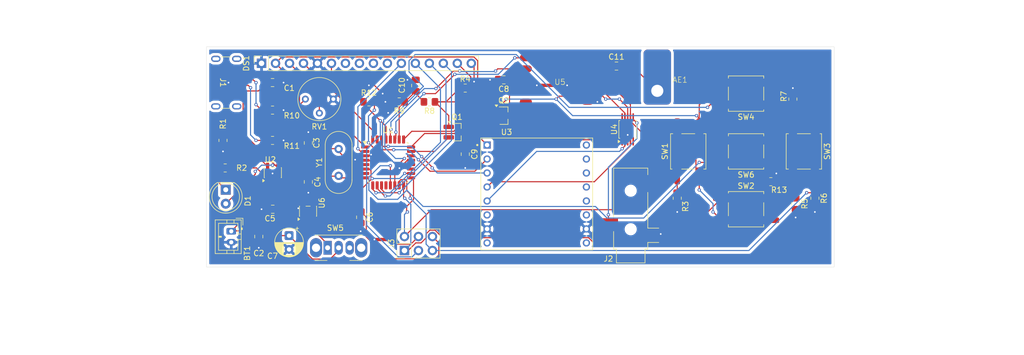
<source format=kicad_pcb>
(kicad_pcb (version 20241229) (generator "pcbnew") (generator_version "9.0")
  (layers (0 "F.Cu" signal "SIG1.Cu") (2 "B.Cu" signal "SIG2.Cu") (13 "F.Paste" user) (15 "B.Paste" user) (5 "F.SilkS" user "F.Silkscreen") (7 "B.SilkS" user "B.Silkscreen") (1 "F.Mask" user) (3 "B.Mask" user) (25 "Edge.Cuts" user))
  (net 0 "")
  (net 1 "GND")
  (net 2 "Net-(BT1-+)")
  (net 3 "Net-(D1-A)")
  (net 4 "Net-(U1-XTAL1{slash}PB6)")
  (net 5 "Net-(U1-XTAL2{slash}PB7)")
  (net 6 "Net-(DS1-VDD)")
  (net 7 "RST_VCC")
  (net 8 "Net-(Q2-S)")
  (net 9 "Net-(Q1-S)")
  (net 10 "Net-(U1-PC3)")
  (net 11 "Net-(U5-ANT)")
  (net 12 "Net-(D1-K)")
  (net 14 "Net-(DS1-LED(+))")
  (net 16 "/D5")
  (net 18 "/RS")
  (net 19 "/D4")
  (net 20 "/D7")
  (net 21 "/E")
  (net 22 "/D6")
  (net 23 "Net-(DS1-VO)")
  (net 25 "Net-(J1-CC2)")
  (net 28 "Net-(J1-CC1)")
  (net 31 "Net-(J2-PadT)")
  (net 32 "Net-(J2-PadR)")
  (net 33 "RST_ISP")
  (net 34 "MOSI_ISP")
  (net 35 "MISO_ISP")
  (net 36 "SCK_ISP")
  (net 37 "Net-(Q1-G)")
  (net 38 "Net-(Q2-G)")
  (net 39 "Net-(U2-PROG)")
  (net 40 "Net-(U2-STAT)")
  (net 41 "/btn_u")
  (net 43 "Net-(U1-PC2)")
  (net 44 "/A_RX")
  (net 46 "/btn_ok")
  (net 47 "/R_SCL")
  (net 49 "/R_SDA")
  (net 51 "/A_TX")
  (net 54 "Net-(U3-DAC_L)")
  (net 61 "Net-(U3-DAC_R)")
  (net 63 "Net-(U5-ROUT)")
  (net 64 "Net-(U5-LOUT)")
  (net 69 "Net-(AE1-A)")
  (footprint "Resistor_SMD:R_0805_2012Metric_Pad1.20x1.40mm_HandSolder" (layer "F.Cu") (at 185.5 65 -90)
    (property "Reference" "R5")
    (property "Value" "10k")
  )
  (footprint "Button_Switch_SMD:SW_Push_1P1T_NO_CK_KSC9xxG" (layer "F.Cu") (at 176.5 66 180)
    (property "Reference" "SW2")
    (property "Value" "SW_D")
  )
  (footprint "Package_TO_SOT_SMD:SOT-23-5" (layer "F.Cu") (at 96.95 66.3625 90)
    (property "Reference" "U6")
    (property "Value" "MCP1802x-xx02xOT")
  )
  (footprint "Connector_PinSocket_2.54mm:PinSocket_1x16_P2.54mm_Vertical" (layer "F.Cu") (at 88.5 39.5 90)
    (property "Reference" "DS1")
    (property "Value" "WC1602A")
  )
  (footprint "Capacitor_SMD:C_0805_2012Metric_Pad1.18x1.45mm_HandSolder" (layer "F.Cu") (at 132.5 42.5 180)
    (property "Reference" "C8")
    (property "Value" "100n")
  )
  (footprint "Capacitor_SMD:C_0805_2012Metric_Pad1.18x1.45mm_HandSolder" (layer "F.Cu") (at 106.5 67.4625 -90)
    (property "Reference" "C6")
    (property "Value" "1u")
  )
  (footprint "Resistor_SMD:R_0805_2012Metric_Pad1.20x1.40mm_HandSolder" (layer "F.Cu") (at 125.5 44)
    (property "Reference" "R4")
    (property "Value" "470")
  )
  (footprint "Package_TO_SOT_SMD:SOT-23_Handsoldering" (layer "F.Cu") (at 132.5 49)
    (property "Reference" "Q2")
    (property "Value" "PMOS")
  )
  (footprint "Capacitor_SMD:C_0805_2012Metric_Pad1.18x1.45mm_HandSolder" (layer "F.Cu") (at 116.5 43.5375 90)
    (property "Reference" "C10")
    (property "Value" "100n")
  )
  (footprint "Package_QFP:TQFP-32_7x7mm_P0.8mm" (layer "F.Cu") (at 111.5 57.5)
    (property "Reference" "U1")
    (property "Value" "ATmega328P-A")
  )
  (footprint "LED_THT:LED_D5.0mm" (layer "F.Cu") (at 82 62.46 -90)
    (property "Reference" "D1")
    (property "Value" "LED")
  )
  (footprint "Potentiometer_THT:Potentiometer_Bourns_3339P_Vertical" (layer "F.Cu") (at 101.54 46 90)
    (property "Reference" "RV1")
    (property "Value" "100k")
  )
  (footprint "Connector_USB:USB_C_Receptacle_GCT_USB4125-xx-x-0190_6P_TopMnt_Horizontal" (layer "F.Cu") (at 81 43 -90)
    (property "Reference" "J1")
    (property "Value" "USB_C_Receptacle_PowerOnly_6P")
  )
  (footprint "Button_Switch_SMD:SW_Push_1P1T_NO_CK_KSC9xxG" (layer "F.Cu") (at 166 55.5 -90)
    (property "Reference" "SW1")
    (property "Value" "SW_L")
  )
  (footprint "Resistor_SMD:R_0805_2012Metric_Pad1.20x1.40mm_HandSolder" (layer "F.Cu") (at 81.5 53.5 90)
    (property "Reference" "R1")
    (property "Value" "2k")
  )
  (footprint "Capacitor_SMD:C_0805_2012Metric_Pad1.18x1.45mm_HandSolder" (layer "F.Cu") (at 88 70.9625 -90)
    (property "Reference" "C2")
    (property "Value" "4u7")
  )
  (footprint "Connector_Audio:Jack_3.5mm_CUI_SJ-3523-SMT_Horizontal" (layer "F.Cu") (at 155.55 67.1375 180)
    (property "Reference" "J2")
    (property "Value" "AudioJack3")
  )
  (footprint "Connector_PinHeader_2.54mm:PinHeader_2x03_P2.54mm_Vertical" (layer "F.Cu") (at 114.46 73.5 90)
    (property "Reference" "J3")
    (property "Value" "ISP")
  )
  (footprint "Custom_footprints:MODULE_DFR0299" (layer "F.Cu") (at 138.483 63.23)
    (property "Reference" "U3")
    (property "Value" "DFR0299")
  )
  (footprint "Package_TO_SOT_SMD:SOT-23_Handsoldering" (layer "F.Cu") (at 124 52)
    (property "Reference" "Q1")
    (property "Value" "PMOS")
  )
  (footprint "Resistor_SMD:R_0805_2012Metric_Pad1.20x1.40mm_HandSolder" (layer "F.Cu") (at 164 64 -90)
    (property "Reference" "R3")
    (property "Value" "10k")
  )
  (footprint "Capacitor_SMD:C_0805_2012Metric_Pad1.18x1.45mm_HandSolder" (layer "F.Cu") (at 97 53.9625 90)
    (property "Reference" "C3")
    (property "Value" "20p")
  )
  (footprint "Capacitor_SMD:C_0805_2012Metric_Pad1.18x1.45mm_HandSolder" (layer "F.Cu") (at 90.5375 66 180)
    (property "Reference" "C5")
    (property "Value" "100n")
  )
  (footprint "Button_Switch_SMD:SW_Push_1P1T_NO_CK_KSC9xxG" (layer "F.Cu") (at 187 55.5 90)
    (property "Reference" "SW3")
    (property "Value" "SW_R")
  )
  (footprint "Button_Switch_SMD:SW_Push_1P1T_NO_CK_KSC9xxG" (layer "F.Cu") (at 176.5 55.5)
    (property "Reference" "SW6")
    (property "Value" "SW_OK")
  )
  (footprint "Package_TO_SOT_SMD:SOT-23-5" (layer "F.Cu") (at 90.55 59.3625 90)
    (property "Reference" "U2")
    (property "Value" "MCP73831-2-OT")
  )
  (footprint "Connector_JST:JST_PH_B2B-PH-K_1x02_P2.00mm_Vertical" (layer "F.Cu") (at 83 70 -90)
    (property "Reference" "BT1")
    (property "Value" "Battery_Cell")
  )
  (footprint "Resistor_SMD:R_0805_2012Metric_Pad1.20x1.40mm_HandSolder" (layer "F.Cu") (at 189 64 -90)
    (property "Reference" "R6")
    (property "Value" "10k")
  )
  (footprint "Resistor_SMD:R_0805_2012Metric_Pad1.20x1.40mm_HandSolder" (layer "F.Cu") (at 81.9 58.5 180)
    (property "Reference" "R2")
    (property "Value" "470")
  )
  (footprint "Resistor_SMD:R_0805_2012Metric_Pad1.20x1.40mm_HandSolder" (layer "F.Cu") (at 108 46.5)
    (property "Reference" "R12")
    (property "Value" "10k")
  )
  (footprint "Capacitor_THT:CP_Radial_D5.0mm_P2.50mm" (layer "F.Cu") (at 93.5 70.794888 -90)
    (property "Reference" "C7")
    (property "Value" "47u")
  )
  (footprint "Capacitor_SMD:C_0805_2012Metric_Pad1.18x1.45mm_HandSolder" (layer "F.Cu") (at 90.5 43)
    (property "Reference" "C1")
    (property "Value" "4u7")
  )
  (footprint "Resistor_SMD:R_0805_2012Metric_Pad1.20x1.40mm_HandSolder" (layer "F.Cu") (at 90.5 48)
    (property "Reference" "R10")
    (property "Value" "5k1")
  )
  (footprint "Resistor_SMD:R_0805_2012Metric_Pad1.20x1.40mm_HandSolder" (layer "F.Cu") (at 90.5 53.5)
    (property "Reference" "R11")
    (property "Value" "5k1")
  )
  (footprint "Resistor_SMD:R_0805_2012Metric_Pad1.20x1.40mm_HandSolder" (layer "F.Cu") (at 113.5 46.5 180)
    (property "Reference" "R9")
    (property "Value" "100k")
  )
  (footprint "Resistor_SMD:R_0805_2012Metric_Pad1.20x1.40mm_HandSolder" (layer "F.Cu") (at 119 46.5 180)
    (property "Reference" "R8")
    (property "Value" "100k")
  )
  (footprint "Crystal:Crystal_HC49-4H_Vertical" (layer "F.Cu") (at 102.5 59.94 90)
    (property "Reference" "Y1")
    (property "Value" "8MHz")
  )
  (footprint "Button_Switch_THT:SW_Slide_SPDT_Angled_CK_OS102011MA1Q" (layer "F.Cu") (at 100.5 73)
    (property "Reference" "SW5")
    (property "Value" "SW_SPDT")
  )
  (footprint "Package_SO:VSSOP-10_3x3mm_P0.5mm" (layer "F.Cu") (at 155 51.5 90)
    (property "Reference" "U4")
    (property "Value" "TS5A23159DGS")
  )
  (footprint "Resistor_SMD:R_0805_2012Metric_Pad1.20x1.40mm_HandSolder" (layer "F.Cu") (at 185 46 90)
    (property "Reference" "R7")
    (property "Value" "10k")
  )
  (footprint "Capacitor_SMD:C_0805_2012Metric_Pad1.18x1.45mm_HandSolder" (layer "F.Cu") (at 125.5 56 -90)
    (property "Reference" "C9")
    (property "Value" "100n")
  )
  (footprint "Button_Switch_SMD:SW_Push_1P1T_NO_CK_KSC9xxG" (layer "F.Cu") (at 176.5 45)
    (property "Reference" "SW4")
    (property "Value" "SW_U")
  )
  (footprint "Custom_footprints:RDA5807M Module" (layer "F.Cu") (at 142.2 42.4)
    (property "Reference" "U5")
    (property "Value" "RDA5807M")
  )
  (footprint "Capacitor_SMD:C_0805_2012Metric_Pad1.18x1.45mm_HandSolder" (layer "F.Cu") (at 97 61.0375 -90)
    (property "Reference" "C4")
    (property "Value" "20p")
  )
  (footprint "Resistor_SMD:R_0805_2012Metric_Pad1.20x1.40mm_HandSolder" (layer "F.Cu") (at 181 61)
    (property "Reference" "R13")
    (property "Value" "10k")
  )
  (footprint "Capacitor_SMD:C_0805_2012Metric_Pad1.18x1.45mm_HandSolder" (layer "F.Cu") (at 152.9625 40)
    (property "Reference" "C11")
    (property "Value" "30p")
  )
  (footprint "Custom_footprints:FM_Antenna_Mount" (layer "F.Cu") (at 162.875 42 180)
    (property "Reference" "AE1")
    (property "Value" "Antenna")
  )
  (gr_rect (start 78.5 36.5) (end 192.5 76.5) (stroke (width 0.05)) (fill no) (layer "Edge.Cuts"))
  (segment (start 112.5 46.5) (end 111 46.5) (width 0.2) (layer "F.Cu") (net 1))
  (segment (start 90.55 60.5) (end 90.55 59.55) (width 0.2) (layer "F.Cu") (net 1))
  (segment (start 106.299 57.422944) (end 106.299 57) (width 0.2) (layer "F.Cu") (net 1))
  (segment (start 160.7625 70.7375) (end 161 70.5) (width 0.2) (layer "F.Cu") (net 1))
  (segment (start 109 71.5) (end 111.5 71.5) (width 0.6) (layer "F.Cu") (net 1))
  (segment (start 109 43.5) (end 110.5 45) (width 0.2) (layer "F.Cu") (net 1))
  (segment (start 106.5 68.5) (end 106.5 70) (width 0.6) (layer "F.Cu") (net 1))
  (segment (start 83.48 45.75) (end 84.08 45.75) (width 0.2) (layer "F.Cu") (net 1))
  (segment (start 107.3375 57.9) (end 106.776056 57.9) (width 0.2) (layer "F.Cu") (net 1))
  (segment (start 90.55 59.55) (end 90.5 59.5) (width 0.2) (layer "F.Cu") (net 1))
  (segment (start 131.4625 42.5) (end 130 42.5) (width 0.2) (layer "F.Cu") (net 1))
  (segment (start 83.48 40.25) (end 83.179 40.551) (width 0.2) (layer "F.Cu") (net 1))
  (segment (start 114.983542 57.1) (end 113.541771 58.541771) (width 0.2) (layer "F.Cu") (net 1))
  (segment (start 189 65) (end 189 66.5) (width 0.2) (layer "F.Cu") (net 1))
  (segment (start 83.179 43) (end 82.5 43) (width 0.2) (layer "F.Cu") (net 1))
  (segment (start 111.5 71.5) (end 112.5 72.5) (width 0.6) (layer "F.Cu") (net 1))
  (segment (start 106.299 57) (end 105.5 57) (width 0.2) (layer "F.Cu") (net 1))
  (segment (start 112.651 72.349) (end 112.5 72.5) (width 0.2) (layer "F.Cu") (net 1))
  (segment (start 126.6 39.5) (end 127.1 40) (width 0.2) (layer "F.Cu") (net 1))
  (segment (start 83.179 40.551) (end 83.179 43) (width 0.2) (layer "F.Cu") (net 1))
  (segment (start 127.1 40) (end 127.1 42.829655) (width 0.2) (layer "F.Cu") (net 1))
  (segment (start 110.5 47.5) (end 110.5 45) (width 0.2) (layer "F.Cu") (net 1))
  (segment (start 84.08 40.25) (end 83.48 40.25) (width 0.2) (layer "F.Cu") (net 1))
  (segment (start 108.18009 56.3) (end 108.4 56.08009) (width 0.2) (layer "F.Cu") (net 1))
  (segment (start 117 70.96) (end 115.611 72.349) (width 0.2) (layer "F.Cu") (net 1))
  (segment (start 185.5 66) (end 185.5 67.5) (width 0.2) (layer "F.Cu") (net 1))
  (segment (start 96.95 67.5) (end 96.95 66.837501) (width 0.2) (layer "F.Cu") (net 1))
  (segment (start 155 53.7) (end 155 52.5) (width 0.2) (layer "F.Cu") (net 1))
  (segment (start 96.612499 66.5) (end 95.84853 66.5) (width 0.2) (layer "F.Cu") (net 1))
  (segment (start 97 62.075) (end 97 63) (width 0.2) (layer "F.Cu") (net 1))
  (segment (start 97 52.925) (end 97 52) (width 0.2) (layer "F.Cu") (net 1))
  (segment (start 83.179 45.449) (end 83.48 45.75) (width 0.2) (layer "F.Cu") (net 1))
  (segment (start 159.25 70.7375) (end 160.7625 70.7375) (width 0.2) (layer "F.Cu") (net 1))
  (segment (start 164 65) (end 164 66.5) (width 0.2) (layer "F.Cu") (net 1))
  (segment (start 115.611 72.349) (end 112.651 72.349) (width 0.2) (layer "F.Cu") (net 1))
  (segment (start 106.299 57) (end 106.299 56.601001) (width 0.2) (layer "F.Cu") (net 1))
  (segment (start 91.5375 43) (end 92.5 43) (width 0.2) (layer "F.Cu") (net 1))
  (segment (start 88 72) (end 88 73) (width 0.2) (layer "F.Cu") (net 1))
  (segment (start 107.3375 56.3) (end 108.18009 56.3) (width 0.2) (layer "F.Cu") (net 1))
  (segment (start 81.5 54.5) (end 81.5 55.5) (width 0.2) (layer "F.Cu") (net 1))
  (segment (start 138.5 43.5) (end 144 43.5) (width 0.6) (layer "F.Cu") (net 1))
  (segment (start 147.7 46.4) (end 149.4 46.4) (width 0.2) (layer "F.Cu") (net 1))
  (segment (start 182 61) (end 182 59.5) (width 0.2) (layer "F.Cu") (net 1))
  (segment (start 116.5 42.5) (end 115 42.5) (width 0.2) (layer "F.Cu") (net 1))
  (segment (start 89.5 66) (end 88.5 66) (width 0.2) (layer "F.Cu") (net 1))
  (segment (start 106.600001 56.3) (end 107.3375 56.3) (width 0.2) (layer "F.Cu") (net 1))
  (segment (start 149.4 46.4) (end 149.5 46.5) (width 0.2) (layer "F.Cu") (net 1))
  (segment (start 91.5 48) (end 92.5 48) (width 0.2) (layer "F.Cu") (net 1))
  (segment (start 106.776056 57.9) (end 106.299 57.422944) (width 0.2) (layer "F.Cu") (net 1))
  (segment (start 95.84853 66.5) (end 95.174265 65.825735) (width 0.2) (layer "F.Cu") (net 1))
  (segment (start 185 45) (end 185 44) (width 0.2) (layer "F.Cu") (net 1))
  (segment (start 108 43.5) (end 109 43.5) (width 0.2) (layer "F.Cu") (net 1))
  (segment (start 125.5 57.0375) (end 125.5 58.5) (width 0.2) (layer "F.Cu") (net 1))
  (segment (start 96.95 66.837501) (end 96.612499 66.5) (width 0.2) (layer "F.Cu") (net 1))
  (segment (start 115.6625 57.1) (end 114.983542 57.1) (width 0.2) (layer "F.Cu") (net 1))
  (segment (start 91.5 53.5) (end 92.5 53.5) (width 0.2) (layer "F.Cu") (net 1))
  (segment (start 83.179 43) (end 83.179 45.449) (width 0.2) (layer "F.Cu") (net 1))
  (segment (start 106.299 56.601001) (end 106.600001 56.3) (width 0.2) (layer "F.Cu") (net 1))
  (segment (start 111.5 48.5) (end 110.5 47.5) (width 0.2) (layer "F.Cu") (net 1))
  (via (at 92.5 43) (size 0.6) (drill 0.3) (layers "F.Cu" "B.Cu") (net 1))
  (via (at 138.5 43.5) (size 0.6) (drill 0.3) (layers "F.Cu" "B.Cu") (net 1))
  (via (at 115 42.5) (size 0.6) (drill 0.3) (layers "F.Cu" "B.Cu") (net 1))
  (via (at 130 42.5) (size 0.6) (drill 0.3) (layers "F.Cu" "B.Cu") (net 1))
  (via (at 81.5 55.5) (size 0.6) (drill 0.3) (layers "F.Cu" "B.Cu") (net 1))
  (via (at 110.5 45) (size 0.6) (drill 0.3) (layers "F.Cu" "B.Cu") (net 1))
  (via (at 111 46.5) (size 0.6) (drill 0.3) (layers "F.Cu" "B.Cu") (net 1))
  (via (at 112.5 72.5) (size 0.6) (drill 0.3) (layers "F.Cu" "B.Cu") (net 1))
  (via (at 127.1 42.829655) (size 0.6) (drill 0.3) (layers "F.Cu" "B.Cu") (net 1))
  (via (at 90.5 59.5) (size 0.6) (drill 0.3) (layers "F.Cu" "B.Cu") (net 1))
  (via (at 92.5 48) (size 0.6) (drill 0.3) (layers "F.Cu" "B.Cu") (net 1))
  (via (at 113.541771 58.541771) (size 0.6) (drill 0.3) (layers "F.Cu" "B.Cu") (net 1))
  (via (at 108 43.5) (size 0.6) (drill 0.3) (layers "F.Cu" "B.Cu") (net 1))
  (via (at 185 44) (size 0.6) (drill 0.3) (layers "F.Cu" "B.Cu") (net 1))
  (via (at 144 43.5) (size 0.6) (drill 0.3) (layers "F.Cu" "B.Cu") (net 1))
  (via (at 97 52) (size 0.6) (drill 0.3) (layers "F.Cu" "B.Cu") (net 1))
  (via (at 111.5 48.5) (size 0.6) (drill 0.3) (layers "F.Cu" "B.Cu") (net 1))
  (via (at 125.5 58.5) (size 0.6) (drill 0.3) (layers "F.Cu" "B.Cu") (net 1))
  (via (at 82.5 43) (size 0.6) (drill 0.3) (layers "F.Cu" "B.Cu") (net 1))
  (via (at 92.5 53.5) (size 0.6) (drill 0.3) (layers "F.Cu" "B.Cu") (net 1))
  (via (at 97 63) (size 0.6) (drill 0.3) (layers "F.Cu" "B.Cu") (net 1))
  (via (at 108.4 56.08009) (size 0.6) (drill 0.3) (layers "F.Cu" "B.Cu") (net 1))
  (via (at 182 59.5) (size 0.6) (drill 0.3) (layers "F.Cu" "B.Cu") (net 1))
  (via (at 109 71.5) (size 0.6) (drill 0.3) (layers "F.Cu" "B.Cu") (net 1))
  (via (at 149.5 46.5) (size 0.6) (drill 0.3) (layers "F.Cu" "B.Cu") (net 1))
  (via (at 164 66.5) (size 0.6) (drill 0.3) (layers "F.Cu" "B.Cu") (net 1))
  (via (at 88 73) (size 0.6) (drill 0.3) (layers "F.Cu" "B.Cu") (net 1))
  (via (at 105.5 57) (size 0.6) (drill 0.3) (layers "F.Cu" "B.Cu") (net 1))
  (via (at 106.5 70) (size 0.6) (drill 0.3) (layers "F.Cu" "B.Cu") (net 1))
  (via (at 189 66.5) (size 0.6) (drill 0.3) (layers "F.Cu" "B.Cu") (net 1))
  (via (at 161 70.5) (size 0.6) (drill 0.3) (layers "F.Cu" "B.Cu") (net 1))
  (via (at 155 52.5) (size 0.6) (drill 0.3) (layers "F.Cu" "B.Cu") (net 1))
  (via (at 88.5 66) (size 0.6) (drill 0.3) (layers "F.Cu" "B.Cu") (net 1))
  (via (at 95.174265 65.825735) (size 0.6) (drill 0.3) (layers "F.Cu" "B.Cu") (net 1))
  (via (at 185.5 67.5) (size 0.6) (drill 0.3) (layers "F.Cu" "B.Cu") (net 1))
  (segment (start 110.676029 49.676028) (end 110.676029 50.173914) (width 0.2) (layer "B.Cu") (net 1))
  (segment (start 111.08009 56.08009) (end 113.541771 58.541771) (width 0.2) (layer "B.Cu") (net 1))
  (segment (start 110.676029 50.173914) (end 110.476029 50.373914) (width 0.2) (layer "B.Cu") (net 1))
  (segment (start 106.5 70) (end 107.5 70) (width 0.6) (layer "B.Cu") (net 1))
  (segment (start 110.476029 50.373914) (end 110.476029 55.476029) (width 0.2) (layer "B.Cu") (net 1))
  (segment (start 107.5 70) (end 109 71.5) (width 0.6) (layer "B.Cu") (net 1))
  (segment (start 111.5 48.5) (end 111.5 48.852057) (width 0.2) (layer "B.Cu") (net 1))
  (segment (start 111.5 48.852057) (end 110.676029 49.676028) (width 0.2) (layer "B.Cu") (net 1))
  (segment (start 110.476029 55.476029) (end 111.08009 56.08009) (width 0.2) (layer "B.Cu") (net 1))
  (segment (start 108.4 56.08009) (end 111.08009 56.08009) (width 0.2) (layer "B.Cu") (net 1))
  (segment (start 91.5 61.5) (end 83 70) (width 0.2) (layer "F.Cu") (net 2))
  (segment (start 97.756112 75.051) (end 93.5 70.794888) (width 0.2) (layer "F.Cu") (net 2))
  (segment (start 88 69.925) (end 83.075 69.925) (width 0.2) (layer "F.Cu") (net 2))
  (segment (start 91.5 60.5) (end 91.5 61.5) (width 0.2) (layer "F.Cu") (net 2))
  (segment (start 102.5 73) (end 102.5 73.5) (width 0.2) (layer "F.Cu") (net 2))
  (segment (start 83.075 69.925) (end 83 70) (width 0.2) (layer "F.Cu") (net 2))
  (segment (start 93.5 70.794888) (end 88.869888 70.794888) (width 0.2) (layer "F.Cu") (net 2))
  (segment (start 102.5 73.5) (end 100.949 75.051) (width 0.2) (layer "F.Cu") (net 2))
  (segment (start 100.949 75.051) (end 97.756112 75.051) (width 0.2) (layer "F.Cu") (net 2))
  (segment (start 88.869888 70.794888) (end 88 69.925) (width 0.2) (layer "F.Cu") (net 2))
  (segment (start 85.151 52.175999) (end 85.151 45.171) (width 0.2) (layer "F.Cu") (net 3))
  (segment (start 84.08 41.48) (end 87.9425 41.48) (width 0.2) (layer "F.Cu") (net 3))
  (segment (start 91.275 58) (end 91.5 58.225) (width 0.2) (layer "F.Cu") (net 3))
  (segment (start 91.5 58.225) (end 91.200001 58.225) (width 0.2) (layer "F.Cu") (net 3))
  (segment (start 84.08 44.52) (end 87.9425 44.52) (width 0.2) (layer "F.Cu") (net 3))
  (segment (start 87.9425 41.48) (end 89.4625 43) (width 0.2) (layer "F.Cu") (net 3))
  (segment (start 87.9425 44.52) (end 89.4625 43) (width 0.2) (layer "F.Cu") (net 3))
  (segment (start 85.151 45.171) (end 84.5 44.52) (width 0.2) (layer "F.Cu") (net 3))
  (segment (start 87.375735 59.124265) (end 87.375735 59.624265) (width 0.2) (layer "F.Cu") (net 3))
  (segment (start 91.200001 58.225) (end 85.151 52.175999) (width 0.2) (layer "F.Cu") (net 3))
  (segment (start 87.375735 59.624265) (end 82 65) (width 0.2) (layer "F.Cu") (net 3))
  (segment (start 90.5 58) (end 91.275 58) (width 0.2) (layer "F.Cu") (net 3))
  (segment (start 84.5 44.52) (end 84.08 44.52) (width 0.2) (layer "F.Cu") (net 3))
  (via (at 90.5 58) (size 0.6) (drill 0.3) (layers "F.Cu" "B.Cu") (net 3))
  (via (at 87.375735 59.124265) (size 0.6) (drill 0.3) (layers "F.Cu" "B.Cu") (net 3))
  (segment (start 87.375735 59.124265) (end 88.5 58) (width 0.2) (layer "B.Cu") (net 3))
  (segment (start 88.5 58) (end 90.5 58) (width 0.2) (layer "B.Cu") (net 3))
  (segment (start 97 55) (end 102.44 55) (width 0.2) (layer "F.Cu") (net 4))
  (segment (start 106.493214 59.5) (end 107.3375 59.5) (width 0.2) (layer "F.Cu") (net 4))
  (segment (start 102.44 55) (end 102.5 55.06) (width 0.6) (layer "F.Cu") (net 4))
  (segment (start 102.5 55.506786) (end 106.493214 59.5) (width 0.2) (layer "F.Cu") (net 4))
  (segment (start 102.5 55.06) (end 102.5 55.506786) (width 0.6) (layer "F.Cu") (net 4))
  (segment (start 102.44 60) (end 102.5 59.94) (width 0.6) (layer "F.Cu") (net 5))
  (segment (start 97 60) (end 102.44 60) (width 0.2) (layer "F.Cu") (net 5))
  (segment (start 102.861 60.301) (end 107.3375 60.301) (width 0.2) (layer "F.Cu") (net 5))
  (segment (start 102.5 59.94) (end 102.861 60.301) (width 0.6) (layer "F.Cu") (net 5))
  (segment (start 97.9 67.5) (end 97.9 69.754468) (width 0.2) (layer "F.Cu") (net 6))
  (segment (start 184.049 46.099) (end 185.68516 46.099) (width 0.2) (layer "F.Cu") (net 6))
  (segment (start 100.5 73) (end 100.5 72.354468) (width 0.2) (layer "F.Cu") (net 6))
  (segment (start 142 46) (end 142.526 45.474) (width 0.2) (layer "F.Cu") (net 6))
  (segment (start 168 51.05) (end 168 47.05) (width 0.2) (layer "F.Cu") (net 6))
  (segment (start 167.399 51.651) (end 167.399 59.349) (width 0.2) (layer "F.Cu") (net 6))
  (segment (start 91.04 39.5) (end 95.399 43.859) (width 0.2) (layer "F.Cu") (net 6))
  (segment (start 185 51.05) (end 184.95 51.05) (width 0.2) (layer "F.Cu") (net 6))
  (segment (start 185 51.05) (end 185 59.95) (width 0.2) (layer "F.Cu") (net 6))
  (segment (start 150.474 45.474) (end 151 46) (width 0.2) (layer "F.Cu") (net 6))
  (segment (start 97.9 69.754468) (end 96 67.854468) (width 0.2) (layer "F.Cu") (net 6))
  (segment (start 129.45 46.5) (end 131 48.05) (width 0.2) (layer "F.Cu") (net 6))
  (segment (start 168 51.05) (end 167.399 51.651) (width 0.2) (layer "F.Cu") (net 6))
  (segment (start 127.751 39.02324) (end 127.751 44.33516) (width 0.2) (layer "F.Cu") (net 6))
  (segment (start 155 47.5) (end 155 49.3) (width 0.2) (layer "F.Cu") (net 6))
  (segment (start 95.399 43.859) (end 95.399 47.061) (width 0.2) (layer "F.Cu") (net 6))
  (segment (start 100.5 72.354468) (end 97.9 69.754468) (width 0.2) (layer "F.Cu") (net 6))
  (segment (start 127.751 44.33516) (end 127.08516 45.001) (width 0.2) (layer "F.Cu") (net 6))
  (segment (start 94.5 66) (end 96 67.5) (width 0.2) (layer "F.Cu") (net 6))
  (segment (start 127.08516 45.001) (end 125.501 45.001) (width 0.2) (layer "F.Cu") (net 6))
  (segment (start 91.04 39.5) (end 92.191 38.349) (width 0.2) (layer "F.Cu") (net 6))
  (segment (start 96 67.854468) (end 96 67.5) (width 0.2) (layer "F.Cu") (net 6))
  (segment (start 168 47.05) (end 172.05 43) (width 0.2) (layer "F.Cu") (net 6))
  (segment (start 172.05 43) (end 180.95 43) (width 0.2) (layer "F.Cu") (net 6))
  (segment (start 132.9375 46.1125) (end 132.9375 46) (width 0.2) (layer "F.Cu") (net 6))
  (segment (start 167.5 49) (end 168 49.5) (width 0.2) (layer "F.Cu") (net 6))
  (segment (start 182.5 53.5) (end 180.95 53.5) (width 0.2) (layer "F.Cu") (net 6))
  (segment (start 95.399 47.061) (end 95.399 62.176) (width 0.2) (layer "F.Cu") (net 6))
  (segment (start 185.68516 46.099) (end 186.001 46.41484) (width 0.2) (layer "F.Cu") (net 6))
  (segment (start 120 46.5) (end 122.5 49) (width 0.2) (layer "F.Cu") (net 6))
  (segment (start 172.05 68) (end 180.95 68) (width 0.2) (layer "F.Cu") (net 6))
  (segment (start 184.95 51.05) (end 182.5 53.5) (width 0.2) (layer "F.Cu") (net 6))
  (segment (start 186.001 46.41484) (end 186.001 50.049) (width 0.2) (layer "F.Cu") (net 6))
  (segment (start 96.46 46) (end 95.399 47.061) (width 0.2) (layer "F.Cu") (net 6))
  (segment (start 142.526 45.474) (end 150.474 45.474) (width 0.2) (layer "F.Cu") (net 6))
  (segment (start 153.5 46) (end 155 47.5) (width 0.2) (layer "F.Cu") (net 6))
  (segment (start 180.95 53.5) (end 172.05 53.5) (width 0.2) (layer "F.Cu") (net 6))
  (segment (start 120 46.5) (end 122 46.5) (width 0.2) (layer "F.Cu") (net 6))
  (segment (start 131 48.05) (end 132.9375 46.1125) (width 0.2) (layer "F.Cu") (net 6))
  (segment (start 92.191 38.349) (end 127.07676 38.349) (width 0.2) (layer "F.Cu") (net 6))
  (segment (start 91.575 66) (end 94.5 66) (width 0.2) (layer "F.Cu") (net 6))
  (segment (start 95.399 62.176) (end 91.575 66) (width 0.2) (layer "F.Cu") (net 6))
  (segment (start 122.5 49) (end 122.5 51.05) (width 0.2) (layer "F.Cu") (net 6))
  (segment (start 180.95 43) (end 184.049 46.099) (width 0.2) (layer "F.Cu") (net 6))
  (segment (start 122 46.5) (end 124.5 44) (width 0.2) (layer "F.Cu") (net 6))
  (segment (start 170.55 66.5) (end 172.05 68) (width 0.2) (layer "F.Cu") (net 6))
  (segment (start 127.07676 38.349) (end 127.751 39.02324) (width 0.2) (layer "F.Cu") (net 6))
  (segment (start 170.5 66.5) (end 170.55 66.5) (width 0.2) (layer "F.Cu") (net 6))
  (segment (start 167.399 59.349) (end 168 59.95) (width 0.2) (layer "F.Cu") (net 6))
  (segment (start 168 49.5) (end 168 51.05) (width 0.2) (layer "F.Cu") (net 6))
  (segment (start 120 46.5) (end 129.45 46.5) (width 0.2) (layer "F.Cu") (net 6))
  (segment (start 186.001 50.049) (end 185 51.05) (width 0.2) (layer "F.Cu") (net 6))
  (segment (start 125.501 45.001) (end 124.5 44) (width 0.2) (layer "F.Cu") (net 6))
  (segment (start 168 59.95) (end 168 62.5) (width 0.2) (layer "F.Cu") (net 6))
  (via (at 153.5 46) (size 0.6) (drill 0.3) (layers "F.Cu" "B.Cu") (net 6))
  (via (at 170.5 66.5) (size 0.6) (drill 0.3) (layers "F.Cu" "B.Cu") (net 6))
  (via (at 167.5 49) (size 0.6) (drill 0.3) (layers "F.Cu" "B.Cu") (net 6))
  (via (at 151 46) (size 0.6) (drill 0.3) (layers "F.Cu" "B.Cu") (net 6))
  (via (at 168 62.5) (size 0.6) (drill 0.3) (layers "F.Cu" "B.Cu") (net 6))
  (via (at 142 46) (size 0.6) (drill 0.3) (layers "F.Cu" "B.Cu") (net 6))
  (via (at 132.9375 46) (size 0.6) (drill 0.3) (layers "F.Cu" "B.Cu") (net 6))
  (segment (start 145 49) (end 167.5 49) (width 0.2) (layer "B.Cu") (net 6))
  (segment (start 142 46) (end 145 49) (width 0.2) (layer "B.Cu") (net 6))
  (segment (start 170.5 65) (end 168 62.5) (width 0.2) (layer "B.Cu") (net 6))
  (segment (start 151 46) (end 153.5 46) (width 0.2) (layer "B.Cu") (net 6))
  (segment (start 170.5 66.5) (end 170.5 65) (width 0.2) (layer "B.Cu") (net 6))
  (segment (start 132.9375 46) (end 142 46) (width 0.2) (layer "B.Cu") (net 6))
  (segment (start 111.5 75) (end 107.526 71.026) (width 0.2) (layer "F.Cu") (net 7))
  (segment (start 96 65.225) (end 97.2 66.425) (width 0.2) (layer "F.Cu") (net 7))
  (segment (start 119.54 70.96) (end 120.691 72.111) (width 0.2) (layer "F.Cu") (net 7))
  (segment (start 108.376 57.401001) (end 108.376 57.124) (width 0.2) (layer "F.Cu") (net 7))
  (segment (start 106.5 66.425) (end 106.5 62.498944) (width 0.2) (layer "F.Cu") (net 7))
  (segment (start 109 56.5) (end 109 55.001056) (width 0.2) (layer "F.Cu") (net 7))
  (segment (start 114.5 59.5) (end 115.6625 59.5) (width 0.2) (layer "F.Cu") (net 7))
  (segment (start 106.5 62.498944) (end 108.376 60.622944) (width 0.2) (layer "F.Cu") (net 7))
  (segment (start 108.376 60.622944) (end 108.395108 60.622944) (width 0.2) (layer "F.Cu") (net 7))
  (segment (start 107.526 71.026) (end 107.526 67.451) (width 0.2) (layer "F.Cu") (net 7))
  (segment (start 108.074999 58.7) (end 107.3375 58.7) (width 0.2) (layer "F.Cu") (net 7))
  (segment (start 108.395108 60.622944) (end 108.593052 60.425) (width 0.2) (layer "F.Cu") (net 7))
  (segment (start 108.074999 57.1) (end 107.3375 57.1) (width 0.2) (layer "F.Cu") (net 7))
  (segment (start 107.526 67.451) (end 106.5 66.425) (width 0.2) (layer "F.Cu") (net 7))
  (segment (start 107.925 53.926056) (end 107.925 53.914027) (width 0.2) (layer "F.Cu") (net 7))
  (segment (start 97.2 66.425) (end 106.5 66.425) (width 0.2) (layer "F.Cu") (net 7))
  (segment (start 120.691 72.111) (end 120.691 74.309) (width 0.2) (layer "F.Cu") (net 7))
  (segment (start 120.691 74.309) (end 120 75) (width 0.2) (layer "F.Cu") (net 7))
  (segment (start 108.376 57.401001) (end 108.074999 57.1) (width 0.2) (layer "F.Cu") (net 7))
  (segment (start 108.376 59.001001) (end 108.376 57.401001) (width 0.2) (layer "F.Cu") (net 7))
  (segment (start 109 48) (end 109 46.5) (width 0.2) (layer "F.Cu") (net 7))
  (segment (start 108.376 57.124) (end 109 56.5) (width 0.2) (layer "F.Cu") (net 7))
  (segment (start 108.376 59.001001) (end 108.074999 58.7) (width 0.2) (layer "F.Cu") (net 7))
  (segment (start 109 55.001056) (end 107.925 53.926056) (width 0.2) (layer "F.Cu") (net 7))
  (segment (start 108.376 60.622944) (end 108.376 59.001001) (width 0.2) (layer "F.Cu") (net 7))
  (segment (start 120 75) (end 111.5 75) (width 0.2) (layer "F.Cu") (net 7))
  (via (at 108.593052 60.425) (size 0.6) (drill 0.3) (layers "F.Cu" "B.Cu") (net 7))
  (via (at 107.925 53.914027) (size 0.6) (drill 0.3) (layers "F.Cu" "B.Cu") (net 7))
  (via (at 114.5 59.5) (size 0.6) (drill 0.3) (layers "F.Cu" "B.Cu") (net 7))
  (via (at 109 48) (size 0.6) (drill 0.3) (layers "F.Cu" "B.Cu") (net 7))
  (segment (start 108.593052 60.425) (end 113.575 60.425) (width 0.2) (layer "B.Cu") (net 7))
  (segment (start 113.575 60.425) (end 114.5 59.5) (width 0.2) (layer "B.Cu") (net 7))
  (segment (start 107.925 49.075) (end 109 48) (width 0.2) (layer "B.Cu") (net 7))
  (segment (start 107.925 53.914027) (end 107.925 49.075) (width 0.2) (layer "B.Cu") (net 7))
  (segment (start 134 49) (end 133.5375 48.5375) (width 0.2) (layer "F.Cu") (net 8))
  (segment (start 134 49) (end 136.5 46.5) (width 0.2) (layer "F.Cu") (net 8))
  (segment (start 133.5375 48.5375) (end 133.5375 42.5) (width 0.2) (layer "F.Cu") (net 8))
  (segment (start 125.5 54.9625) (end 125.5 52) (width 0.2) (layer "F.Cu") (net 9))
  (segment (start 127.126 52) (end 129.466 54.34) (width 0.2) (layer "F.Cu") (net 9))
  (segment (start 125.5 52) (end 127.126 52) (width 0.2) (layer "F.Cu") (net 9))
  (segment (start 113.5 47.5) (end 114.5 46.5) (width 0.2) (layer "F.Cu") (net 10))
  (segment (start 116.5 45) (end 118 46.5) (width 0.2) (layer "F.Cu") (net 10))
  (segment (start 113.5 53.3375) (end 113.5 47.5) (width 0.2) (layer "F.Cu") (net 10))
  (segment (start 116.5 44.575) (end 116.5 45) (width 0.2) (layer "F.Cu") (net 10))
  (segment (start 114.5 46.5) (end 114.575 46.5) (width 0.2) (layer "F.Cu") (net 10))
  (segment (start 114.575 46.5) (end 116.5 44.575) (width 0.2) (layer "F.Cu") (net 10))
  (segment (start 149.3 40) (end 147.7 38.4) (width 0.2) (layer "F.Cu") (net 11))
  (segment (start 151.925 40) (end 149.3 40) (width 0.2) (layer "F.Cu") (net 11))
  (segment (start 80.9 61.36) (end 82 62.46) (width 0.2) (layer "F.Cu") (net 12))
  (segment (start 80.9 58.5) (end 80.9 61.36) (width 0.2) (layer "F.Cu") (net 12))
  (segment (start 124.06 39.5) (end 126.5 41.94) (width 0.2) (layer "F.Cu") (net 14))
  (segment (start 126.5 41.94) (end 126.5 44) (width 0.2) (layer "F.Cu") (net 14))
  (segment (start 108.7 62.399999) (end 108.7 61.6625) (width 0.2) (layer "F.Cu") (net 16))
  (segment (start 109.300001 63) (end 108.7 62.399999) (width 0.2) (layer "F.Cu") (net 16))
  (via (at 109.300001 63) (size 0.6) (drill 0.3) (layers "F.Cu" "B.Cu") (net 16))
  (segment (start 111.249943 63) (end 111.849943 63) (width 0.2) (layer "B.Cu") (net 16))
  (segment (start 110.751057 62.999) (end 111.248943 62.999) (width 0.2) (layer "B.Cu") (net 16))
  (segment (start 110.750057 63) (end 110.751057 62.999) (width 0.2) (layer "B.Cu") (net 16))
  (segment (start 111.248943 62.999) (end 111.249943 63) (width 0.2) (layer "B.Cu") (net 16))
  (segment (start 109.300001 63) (end 110.750057 63) (width 0.2) (layer "B.Cu") (net 16))
  (segment (start 121 44.06) (end 116.44 39.5) (width 0.2) (layer "B.Cu") (net 16))
  (segment (start 121 53.849943) (end 121 44.06) (width 0.2) (layer "B.Cu") (net 16))
  (segment (start 111.849943 63) (end 121 53.849943) (width 0.2) (layer "B.Cu") (net 16))
  (segment (start 96.12 39.5) (end 99.931 43.311) (width 0.2) (layer "F.Cu") (net 18))
  (segment (start 99.931 43.311) (end 99.931 47.2935) (width 0.2) (layer "F.Cu") (net 18))
  (segment (start 99.931 47.2935) (end 107.3375 54.7) (width 0.2) (layer "F.Cu") (net 18))
  (segment (start 106.5 55.5) (end 107.3375 55.5) (width 0.2) (layer "F.Cu") (net 19))
  (segment (start 106 55) (end 106.5 55.5) (width 0.2) (layer "F.Cu") (net 19))
  (via (at 106 55) (size 0.6) (drill 0.3) (layers "F.Cu" "B.Cu") (net 19))
  (segment (start 113.9 39.5) (end 106 47.4) (width 0.2) (layer "B.Cu") (net 19))
  (segment (start 106 47.4) (end 106 55) (width 0.2) (layer "B.Cu") (net 19))
  (segment (start 110.3 62.399999) (end 110.900001 63) (width 0.2) (layer "F.Cu") (net 20))
  (segment (start 110.3 61.6625) (end 110.3 62.399999) (width 0.2) (layer "F.Cu") (net 20))
  (segment (start 110.900001 63) (end 113.5 63) (width 0.2) (layer "F.Cu") (net 20))
  (via (at 113.5 63) (size 0.6) (drill 0.3) (layers "F.Cu" "B.Cu") (net 20))
  (segment (start 123 53.5) (end 123 40.98) (width 0.2) (layer "B.Cu") (net 20))
  (segment (start 113.5 63) (end 123 53.5) (width 0.2) (layer "B.Cu") (net 20))
  (segment (start 123 40.98) (end 121.52 39.5) (width 0.2) (layer "B.Cu") (net 20))
  (segment (start 108.7 51.7) (end 101.2 44.2) (width 0.2) (layer "F.Cu") (net 21))
  (segment (start 108.7 53.3375) (end 108.7 51.7) (width 0.2) (layer "F.Cu") (net 21))
  (segment (start 101.2 44.2) (end 101.2 39.5) (width 0.2) (layer "F.Cu") (net 21))
  (segment (start 110.876056 63.6) (end 111 63.6) (width 0.2) (layer "F.Cu") (net 22))
  (segment (start 109.5 61.6625) (end 109.5 62.223944) (width 0.2) (layer "F.Cu") (net 22))
  (segment (start 109.5 62.223944) (end 110.876056 63.6) (width 0.2) (layer "F.Cu") (net 22))
  (via (at 111 63.6) (size 0.6) (drill 0.3) (layers "F.Cu" "B.Cu") (net 22))
  (segment (start 122 53.417043) (end 122 42.52) (width 0.2) (layer "B.Cu") (net 22))
  (segment (start 122 42.52) (end 118.98 39.5) (width 0.2) (layer "B.Cu") (net 22))
  (segment (start 111.817043 63.6) (end 122 53.417043) (width 0.2) (layer "B.Cu") (net 22))
  (segment (start 111 63.6) (end 111.817043 63.6) (width 0.2) (layer "B.Cu") (net 22))
  (segment (start 99 48.54) (end 99 44.92) (width 0.2) (layer "F.Cu") (net 23))
  (segment (start 99 44.92) (end 93.58 39.5) (width 0.2) (layer "F.Cu") (net 23))
  (segment (start 86.08 43.5) (end 86.5 43.92) (width 0.2) (layer "F.Cu") (net 25))
  (segment (start 84.08 43.5) (end 86.08 43.5) (width 0.2) (layer "F.Cu") (net 25))
  (segment (start 87.5 53.5) (end 89.5 53.5) (width 0.2) (layer "F.Cu") (net 25))
  (via (at 86.5 43.92) (size 0.6) (drill 0.3) (layers "F.Cu" "B.Cu") (net 25))
  (via (at 87.5 53.5) (size 0.6) (drill 0.3) (layers "F.Cu" "B.Cu") (net 25))
  (segment (start 86.5 52.5) (end 87.5 53.5) (width 0.2) (layer "B.Cu") (net 25))
  (segment (start 86.5 43.92) (end 86.5 52.5) (width 0.2) (layer "B.Cu") (net 25))
  (segment (start 87 42.5) (end 87.5 43) (width 0.2) (layer "F.Cu") (net 28))
  (segment (start 88.5 48) (end 89.5 48) (width 0.2) (layer "F.Cu") (net 28))
  (segment (start 87.5 47) (end 88.5 48) (width 0.2) (layer "F.Cu") (net 28))
  (segment (start 84.08 42.5) (end 87 42.5) (width 0.2) (layer "F.Cu") (net 28))
  (via (at 87.5 47) (size 0.6) (drill 0.3) (layers "F.Cu" "B.Cu") (net 28))
  (via (at 87.5 43) (size 0.6) (drill 0.3) (layers "F.Cu" "B.Cu") (net 28))
  (segment (start 87.5 43) (end 87.5 47) (width 0.2) (layer "B.Cu") (net 28))
  (segment (start 159.25 53.75) (end 159.25 61.3375) (width 0.2) (layer "F.Cu") (net 31))
  (segment (start 154 49.3) (end 154 50.058824) (width 0.2) (layer "F.Cu") (net 31))
  (segment (start 154 50.058824) (end 154.267176 50.326) (width 0.2) (layer "F.Cu") (net 31))
  (segment (start 154.267176 50.326) (end 155.826 50.326) (width 0.2) (layer "F.Cu") (net 31))
  (segment (start 155.826 50.326) (end 159.25 53.75) (width 0.2) (layer "F.Cu") (net 31))
  (segment (start 156 49.3) (end 156 49.65147) (width 0.2) (layer "F.Cu") (net 32))
  (segment (start 151.5 67) (end 151.5 68.3875) (width 0.2) (layer "F.Cu") (net 32))
  (segment (start 156 49.65147) (end 156.674265 50.325735) (width 0.2) (layer "F.Cu") (net 32))
  (segment (start 151.5 68.3875) (end 151.85 68.7375) (width 0.2) (layer "F.Cu") (net 32))
  (via (at 156.674265 50.325735) (size 0.6) (drill 0.3) (layers "F.Cu" "B.Cu") (net 32))
  (via (at 151.5 67) (size 0.6) (drill 0.3) (layers "F.Cu" "B.Cu") (net 32))
  (segment (start 151.5 58.349943) (end 151.5 67) (width 0.2) (layer "B.Cu") (net 32))
  (segment (start 156.674265 53.175678) (end 151.5 58.349943) (width 0.2) (layer "B.Cu") (net 32))
  (segment (start 156.674265 50.325735) (end 156.674265 53.175678) (width 0.2) (layer "B.Cu") (net 32))
  (segment (start 111.1 53.3375) (end 111.1 50.949943) (width 0.2) (layer "F.Cu") (net 33))
  (segment (start 110.075029 49.924971) (end 107 46.849943) (width 0.2) (layer "F.Cu") (net 33))
  (segment (start 107 46.849943) (end 107 46.5) (width 0.2) (layer "F.Cu") (net 33))
  (segment (start 111.1 50.949943) (end 110.075029 49.924971) (width 0.2) (layer "F.Cu") (net 33))
  (via (at 110.075029 49.924971) (size 0.6) (drill 0.3) (layers "F.Cu" "B.Cu") (net 33))
  (segment (start 113.309 74.651) (end 107.591052 68.933052) (width 0.2) (layer "B.Cu") (net 33))
  (segment (start 110.075029 52.613941) (end 110.075029 49.924971) (width 0.2) (layer "B.Cu") (net 33))
  (segment (start 107.591052 68.933052) (end 107.591052 55.097918) (width 0.2) (layer "B.Cu") (net 33))
  (segment (start 117 73.5) (end 115.849 74.651) (width 0.2) (layer "B.Cu") (net 33))
  (segment (start 115.849 74.651) (end 113.309 74.651) (width 0.2) (layer "B.Cu") (net 33))
  (segment (start 107.591052 55.097918) (end 110.075029 52.613941) (width 0.2) (layer "B.Cu") (net 33))
  (segment (start 114.622944 60.624) (end 113.801001 60.624) (width 0.2) (layer "F.Cu") (net 34))
  (segment (start 114.876 62.624) (end 114.876 60.877056) (width 0.2) (layer "F.Cu") (net 34))
  (segment (start 115.5 63.248) (end 114.876 62.624) (width 0.2) (layer "F.Cu") (net 34))
  (segment (start 113.801001 60.624) (end 113.5 60.925001) (width 0.2) (layer "F.Cu") (net 34))
  (segment (start 189 51.05) (end 189 59.95) (width 0.2) (layer "F.Cu") (net 34))
  (segment (start 189 59.95) (end 189 63) (width 0.2) (layer "F.Cu") (net 34))
  (segment (start 113.5 60.925001) (end 113.5 61.6625) (width 0.2) (layer "F.Cu") (net 34))
  (segment (start 114.876 60.877056) (end 114.622944 60.624) (width 0.2) (layer "F.Cu") (net 34))
  (segment (start 115.5 64) (end 115.5 63.248) (width 0.2) (layer "F.Cu") (net 34))
  (segment (start 187.5 63) (end 189 63) (width 0.2) (layer "F.Cu") (net 34))
  (via (at 187.5 63) (size 0.6) (drill 0.3) (layers "F.Cu" "B.Cu") (net 34))
  (via (at 115.5 64) (size 0.6) (drill 0.3) (layers "F.Cu" "B.Cu") (net 34))
  (segment (start 118.389 66.889) (end 118.389 72.349) (width 0.2) (layer "B.Cu") (net 34))
  (segment (start 118.389 72.349) (end 119.54 73.5) (width 0.2) (layer "B.Cu") (net 34))
  (segment (start 115.5 64) (end 118.389 66.889) (width 0.2) (layer "B.Cu") (net 34))
  (segment (start 119.54 73.5) (end 177 73.5) (width 0.2) (layer "B.Cu") (net 34))
  (segment (start 177 73.5) (end 187.5 63) (width 0.2) (layer "B.Cu") (net 34))
  (segment (start 119.06324 69.809) (end 120.01676 69.809) (width 0.2) (layer "F.Cu") (net 35))
  (segment (start 147.895574 71.165) (end 148.869074 72.1385) (width 0.2) (layer "F.Cu") (net 35))
  (segment (start 117.47676 72.111) (end 118.389 71.19876) (width 0.2) (layer "F.Cu") (net 35))
  (segment (start 118.389 71.19876) (end 118.389 70.48324) (width 0.2) (layer "F.Cu") (net 35))
  (segment (start 118.389 70.48324) (end 119.06324 69.809) (width 0.2) (layer "F.Cu") (net 35))
  (segment (start 172.05 64) (end 180.95 64) (width 0.2) (layer "F.Cu") (net 35))
  (segment (start 121.37276 71.165) (end 147.895574 71.165) (width 0.2) (layer "F.Cu") (net 35))
  (segment (start 163.9115 72.1385) (end 172.05 64) (width 0.2) (layer "F.Cu") (net 35))
  (segment (start 114.3 63.8) (end 114.5 64) (width 0.2) (layer "F.Cu") (net 35))
  (segment (start 116.52324 72.111) (end 117.47676 72.111) (width 0.2) (layer "F.Cu") (net 35))
  (segment (start 114.46 73.5) (end 115.13424 73.5) (width 0.2) (layer "F.Cu") (net 35))
  (segment (start 148.869074 72.1385) (end 163.9115 72.1385) (width 0.2) (layer "F.Cu") (net 35))
  (segment (start 114.3 61.6625) (end 114.3 63.8) (width 0.2) (layer "F.Cu") (net 35))
  (segment (start 115.13424 73.5) (end 116.52324 72.111) (width 0.2) (layer "F.Cu") (net 35))
  (segment (start 120.01676 69.809) (end 121.37276 71.165) (width 0.2) (layer "F.Cu") (net 35))
  (segment (start 180.95 64) (end 185.5 64) (width 0.2) (layer "F.Cu") (net 35))
  (via (at 114.5 64) (size 0.6) (drill 0.3) (layers "F.Cu" "B.Cu") (net 35))
  (segment (start 115.611 65.111) (end 115.611 72.349) (width 0.2) (layer "B.Cu") (net 35))
  (segment (start 114.5 64) (end 115.611 65.111) (width 0.2) (layer "B.Cu") (net 35))
  (segment (start 115.611 72.349) (end 114.46 73.5) (width 0.2) (layer "B.Cu") (net 35))
  (segment (start 164 51.05) (end 164 59.9895) (width 0.2) (layer "F.Cu") (net 36))
  (segment (start 164 59.95) (end 164 63) (width 0.2) (layer "F.Cu") (net 36))
  (segment (start 114.849943 65.5) (end 116.101 64.248943) (width 0.2) (layer "F.Cu") (net 36))
  (segment (start 116.101 60.7385) (end 115.6625 60.3) (width 0.2) (layer "F.Cu") (net 36))
  (segment (start 114.849943 66.349943) (end 114.849943 65.5) (width 0.2) (layer "F.Cu") (net 36))
  (segment (start 116.101 64.248943) (end 116.101 60.7385) (width 0.2) (layer "F.Cu") (net 36))
  (segment (start 164 59.9895) (end 157.9045 66.085) (width 0.2) (layer "F.Cu") (net 36))
  (segment (start 119.335 66.085) (end 114.46 70.96) (width 0.2) (layer "F.Cu") (net 36))
  (segment (start 157.9045 66.085) (end 119.335 66.085) (width 0.2) (layer "F.Cu") (net 36))
  (segment (start 115 66.5) (end 114.849943 66.349943) (width 0.2) (layer "F.Cu") (net 36))
  (via (at 115 66.5) (size 0.6) (drill 0.3) (layers "F.Cu" "B.Cu") (net 36))
  (segment (start 115 66.5) (end 114.92 66.5) (width 0.2) (layer "B.Cu") (net 36))
  (segment (start 114.92 66.5) (end 114.46 66.96) (width 0.2) (layer "B.Cu") (net 36))
  (segment (start 114.46 66.96) (end 114.46 70.96) (width 0.2) (layer "B.Cu") (net 36))
  (segment (start 119.95 55.5) (end 115.6625 55.5) (width 0.2) (layer "F.Cu") (net 37))
  (segment (start 122.5 52.95) (end 119.95 55.5) (width 0.2) (layer "F.Cu") (net 37))
  (segment (start 123.586936 52.249) (end 125.885936 49.95) (width 0.2) (layer "F.Cu") (net 38))
  (segment (start 115.6625 54.7) (end 118.1135 52.249) (width 0.2) (layer "F.Cu") (net 38))
  (segment (start 125.885936 49.95) (end 131 49.95) (width 0.2) (layer "F.Cu") (net 38))
  (segment (start 118.1135 52.249) (end 123.586936 52.249) (width 0.2) (layer "F.Cu") (net 38))
  (segment (start 81.5 52.5) (end 83.875 52.5) (width 0.2) (layer "F.Cu") (net 39))
  (segment (start 83.875 52.5) (end 89.6 58.225) (width 0.2) (layer "F.Cu") (net 39))
  (segment (start 82.9 58.5) (end 87.6 58.5) (width 0.2) (layer "F.Cu") (net 40))
  (segment (start 87.6 58.5) (end 89.6 60.5) (width 0.2) (layer "F.Cu") (net 40))
  (segment (start 180.95 47) (end 172.05 47) (width 0.2) (layer "F.Cu") (net 41))
  (segment (start 112.7 58.535013) (end 114.448067 56.786946) (width 0.2) (layer "F.Cu") (net 41))
  (segment (start 170 47) (end 169.5 47.5) (width 0.2) (layer "F.Cu") (net 41))
  (segment (start 172.05 47) (end 170 47) (width 0.2) (layer "F.Cu") (net 41))
  (segment (start 180.95 47) (end 185 47) (width 0.2) (layer "F.Cu") (net 41))
  (segment (start 112.7 61.6625) (end 112.7 58.535013) (width 0.2) (layer "F.Cu") (net 41))
  (via (at 114.448067 56.786946) (size 0.6) (drill 0.3) (layers "F.Cu" "B.Cu") (net 41))
  (via (at 169.5 47.5) (size 0.6) (drill 0.3) (layers "F.Cu" "B.Cu") (net 41))
  (segment (start 110.899 54.847943) (end 112.838003 56.786946) (width 0.2) (layer "B.Cu") (net 41))
  (segment (start 115.289 41.064043) (end 117.903957 43.679) (width 0.2) (layer "B.Cu") (net 41))
  (segment (start 117.903957 43.679) (end 110.899 50.683957) (width 0.2) (layer "B.Cu") (net 41))
  (segment (start 116.41324 37.899) (end 115.289 39.02324) (width 0.2) (layer "B.Cu") (net 41))
  (segment (start 110.899 50.683957) (end 110.899 54.847943) (width 0.2) (layer "B.Cu") (net 41))
  (segment (start 134.748943 37.899) (end 116.41324 37.899) (width 0.2) (layer "B.Cu") (net 41))
  (segment (start 112.838003 56.786946) (end 114.448067 56.786946) (width 0.2) (layer "B.Cu") (net 41))
  (segment (start 115.289 39.02324) (end 115.289 41.064043) (width 0.2) (layer "B.Cu") (net 41))
  (segment (start 169.5 47.5) (end 144.349943 47.5) (width 0.2) (layer "B.Cu") (net 41))
  (segment (start 144.349943 47.5) (end 134.748943 37.899) (width 0.2) (layer "B.Cu") (net 41))
  (segment (start 154 52.941176) (end 154.267176 52.674) (width 0.2) (layer "F.Cu") (net 43))
  (segment (start 126.517836 48.751) (end 132.086936 48.751) (width 0.2) (layer "F.Cu") (net 43))
  (segment (start 153.685 53.385) (end 154 53.7) (width 0.2) (layer "F.Cu") (net 43))
  (segment (start 115.7895 51.848) (end 123.420836 51.848) (width 0.2) (layer "F.Cu") (net 43))
  (segment (start 132.086936 48.751) (end 136.720936 53.385) (width 0.2) (layer "F.Cu") (net 43))
  (segment (start 155.732824 52.232824) (end 155.732824 52.674) (width 0.2) (layer "F.Cu") (net 43))
  (segment (start 155.732824 52.674) (end 156 52.941176) (width 0.2) (layer "F.Cu") (net 43))
  (segment (start 123.420836 51.848) (end 126.517836 48.751) (width 0.2) (layer "F.Cu") (net 43))
  (segment (start 154.267176 52.382881) (end 154.751057 51.899) (width 0.2) (layer "F.Cu") (net 43))
  (segment (start 154 53.7) (end 154 52.941176) (width 0.2) (layer "F.Cu") (net 43))
  (segment (start 114.3 53.3375) (end 115.7895 51.848) (width 0.2) (layer "F.Cu") (net 43))
  (segment (start 155.399 51.899) (end 155.732824 52.232824) (width 0.2) (layer "F.Cu") (net 43))
  (segment (start 136.720936 53.385) (end 153.685 53.385) (width 0.2) (layer "F.Cu") (net 43))
  (segment (start 154.267176 52.674) (end 154.267176 52.382881) (width 0.2) (layer "F.Cu") (net 43))
  (segment (start 156 52.941176) (end 156 53.7) (width 0.2) (layer "F.Cu") (net 43))
  (segment (start 154.751057 51.899) (end 155.399 51.899) (width 0.2) (layer "F.Cu") (net 43))
  (segment (start 119.5 58.368626) (end 119.5 58.5) (width 0.2) (layer "F.Cu") (net 44))
  (segment (start 110.3 54.3) (end 110.3 53.3375) (width 0.2) (layer "F.Cu") (net 44))
  (segment (start 117.565687 56.434313) (end 119.5 58.368626) (width 0.2) (layer "F.Cu") (net 44))
  (segment (start 111.5 54.599) (end 110.599 54.599) (width 0.2) (layer "F.Cu") (net 44))
  (segment (start 110.599 54.599) (end 110.3 54.3) (width 0.2) (layer "F.Cu") (net 44))
  (via (at 117.565687 56.434313) (size 0.6) (drill 0.3) (layers "F.Cu" "B.Cu") (net 44))
  (via (at 119.5 58.5) (size 0.6) (drill 0.3) (layers "F.Cu" "B.Cu") (net 44))
  (via (at 111.5 54.599) (size 0.6) (drill 0.3) (layers "F.Cu" "B.Cu") (net 44))
  (segment (start 111.5 54.599) (end 115.730374 54.599) (width 0.2) (layer "B.Cu") (net 44))
  (segment (start 119.5 58.5) (end 120.42 59.42) (width 0.2) (layer "B.Cu") (net 44))
  (segment (start 115.730374 54.599) (end 117.565687 56.434313) (width 0.2) (layer "B.Cu") (net 44))
  (segment (start 120.42 59.42) (end 129.466 59.42) (width 0.2) (layer "B.Cu") (net 44))
  (segment (start 180.95 57.5) (end 180 58.45) (width 0.2) (layer "F.Cu") (net 46))
  (segment (start 172.05 57.5) (end 180.95 57.5) (width 0.2) (layer "F.Cu") (net 46))
  (segment (start 111.9 58.1) (end 111.9 61.6625) (width 0.2) (layer "F.Cu") (net 46))
  (segment (start 180 58.45) (end 180 61) (width 0.2) (layer "F.Cu") (net 46))
  (segment (start 172.05 57.5) (end 168 57.5) (width 0.2) (layer "F.Cu") (net 46))
  (via (at 111.9 58.1) (size 0.6) (drill 0.3) (layers "F.Cu" "B.Cu") (net 46))
  (via (at 168 57.5) (size 0.6) (drill 0.3) (layers "F.Cu" "B.Cu") (net 46))
  (segment (start 110.068109 58.1) (end 111.9 58.1) (width 0.2) (layer "B.Cu") (net 46))
  (segment (start 117.849943 65.5) (end 114.883493 62.53355) (width 0.2) (layer "B.Cu") (net 46))
  (segment (start 168 57.5) (end 157.899 67.601) (width 0.2) (layer "B.Cu") (net 46))
  (segment (start 149.150057 65.5) (end 117.849943 65.5) (width 0.2) (layer "B.Cu") (net 46))
  (segment (start 157.899 67.601) (end 151.251057 67.601) (width 0.2) (layer "B.Cu") (net 46))
  (segment (start 113.216043 64.201) (end 109.651058 64.201) (width 0.2) (layer "B.Cu") (net 46))
  (segment (start 107.992052 62.541994) (end 107.992052 60.176057) (width 0.2) (layer "B.Cu") (net 46))
  (segment (start 151.251057 67.601) (end 149.150057 65.5) (width 0.2) (layer "B.Cu") (net 46))
  (segment (start 114.883493 62.53355) (end 113.216043 64.201) (width 0.2) (layer "B.Cu") (net 46))
  (segment (start 109.651058 64.201) (end 107.992052 62.541994) (width 0.2) (layer "B.Cu") (net 46))
  (segment (start 107.992052 60.176057) (end 110.068109 58.1) (width 0.2) (layer "B.Cu") (net 46))
  (segment (start 123.35147 40.9) (end 124.5 40.9) (width 0.2) (layer "F.Cu") (net 47))
  (segment (start 131.4 40.5) (end 136.5 40.5) (width 0.2) (layer "F.Cu") (net 47))
  (segment (start 111.9 53.3375) (end 111.9 51.6) (width 0.2) (layer "F.Cu") (net 47))
  (segment (start 120.17147 44.08) (end 123.35147 40.9) (width 0.2) (layer "F.Cu") (net 47))
  (segment (start 111.9 51.6) (end 112 51.5) (width 0.2) (layer "F.Cu") (net 47))
  (segment (start 131 40.9) (end 131.4 40.5) (width 0.2) (layer "F.Cu") (net 47))
  (via (at 124.5 40.9) (size 0.6) (drill 0.3) (layers "F.Cu" "B.Cu") (net 47))
  (via (at 120.17147 44.08) (size 0.6) (drill 0.3) (layers "F.Cu" "B.Cu") (net 47))
  (via (at 112 51.5) (size 0.6) (drill 0.3) (layers "F.Cu" "B.Cu") (net 47))
  (via (at 131 40.9) (size 0.6) (drill 0.3) (layers "F.Cu" "B.Cu") (net 47))
  (segment (start 124.6 41) (end 130.9 41) (width 0.2) (layer "B.Cu") (net 47))
  (segment (start 130.9 41) (end 131 40.9) (width 0.2) (layer "B.Cu") (net 47))
  (segment (start 112 51.5) (end 112 50.150057) (width 0.2) (layer "B.Cu") (net 47))
  (segment (start 118.070057 44.08) (end 120.17147 44.08) (width 0.2) (layer "B.Cu") (net 47))
  (segment (start 124.5 40.9) (end 124.6 41) (width 0.2) (layer "B.Cu") (net 47))
  (segment (start 112 50.150057) (end 118.070057 44.08) (width 0.2) (layer "B.Cu") (net 47))
  (segment (start 136.5 38.5) (end 134.5 38.5) (width 0.2) (layer "F.Cu") (net 49))
  (segment (start 112.9 52) (end 112.9 53.1375) (width 0.2) (layer "F.Cu") (net 49))
  (segment (start 112.9 53.1375) (end 112.7 53.3375) (width 0.2) (layer "F.Cu") (net 49))
  (segment (start 123.6 41.5) (end 120.1 45) (width 0.2) (layer "F.Cu") (net 49))
  (segment (start 120.1 45) (end 118 45) (width 0.2) (layer "F.Cu") (net 49))
  (via (at 118 45) (size 0.6) (drill 0.3) (layers "F.Cu" "B.Cu") (net 49))
  (via (at 112.9 52) (size 0.6) (drill 0.3) (layers "F.Cu" "B.Cu") (net 49))
  (via (at 123.6 41.5) (size 0.6) (drill 0.3) (layers "F.Cu" "B.Cu") (net 49))
  (via (at 134.5 38.5) (size 0.6) (drill 0.3) (layers "F.Cu" "B.Cu") (net 49))
  (segment (start 112.9 50.1) (end 112.9 52) (width 0.2) (layer "B.Cu") (net 49))
  (segment (start 118 45) (end 112.9 50.1) (width 0.2) (layer "B.Cu") (net 49))
  (segment (start 131.5 41.5) (end 123.6 41.5) (width 0.2) (layer "B.Cu") (net 49))
  (segment (start 134.5 38.5) (end 131.5 41.5) (width 0.2) (layer "B.Cu") (net 49))
  (segment (start 119.101 59.101) (end 127.245 59.101) (width 0.2) (layer "F.Cu") (net 51))
  (segment (start 117 57) (end 119.101 59.101) (width 0.2) (layer "F.Cu") (net 51))
  (segment (start 112.5 55.199) (end 110.199 55.199) (width 0.2) (layer "F.Cu") (net 51))
  (segment (start 110.199 55.199) (end 109.5 54.5) (width 0.2) (layer "F.Cu") (net 51))
  (segment (start 127.245 59.101) (end 129.466 56.88) (width 0.2) (layer "F.Cu") (net 51))
  (segment (start 109.5 54.5) (end 109.5 53.3375) (width 0.2) (layer "F.Cu") (net 51))
  (via (at 112.5 55.199) (size 0.6) (drill 0.3) (layers "F.Cu" "B.Cu") (net 51))
  (via (at 117 57) (size 0.6) (drill 0.3) (layers "F.Cu" "B.Cu") (net 51))
  (segment (start 115.199 55.199) (end 117 57) (width 0.2) (layer "B.Cu") (net 51))
  (segment (start 112.5 55.199) (end 115.199 55.199) (width 0.2) (layer "B.Cu") (net 51))
  (segment (start 154.5 54.5) (end 154.5 53.7) (width 0.2) (layer "F.Cu") (net 54))
  (segment (start 154 55) (end 154.5 54.5) (width 0.2) (layer "F.Cu") (net 54))
  (via (at 154 55) (size 0.6) (drill 0.3) (layers "F.Cu" "B.Cu") (net 54))
  (segment (start 138.466 55.5) (end 153.5 55.5) (width 0.2) (layer "B.Cu") (net 54))
  (segment (start 153.5 55.5) (end 154 55) (width 0.2) (layer "B.Cu") (net 54))
  (segment (start 129.466 64.5) (end 138.466 55.5) (width 0.2) (layer "B.Cu") (net 54))
  (segment (start 155.5 53.7) (end 155.5 54.458824) (width 0.2) (layer "F.Cu") (net 61))
  (segment (start 130.421 61.005) (end 129.466 61.96) (width 0.2) (layer "F.Cu") (net 61))
  (segment (start 155.5 54.458824) (end 148.953824 61.005) (width 0.2) (layer "F.Cu") (net 61))
  (segment (start 148.953824 61.005) (end 130.421 61.005) (width 0.2) (layer "F.Cu") (net 61))
  (segment (start 152.5 44) (end 150.958824 44) (width 0.2) (layer "F.Cu") (net 63))
  (segment (start 155.5 49.3) (end 155.5 47) (width 0.2) (layer "F.Cu") (net 63))
  (segment (start 149.358824 42.4) (end 147.7 42.4) (width 0.2) (layer "F.Cu") (net 63))
  (segment (start 155.5 47) (end 152.5 44) (width 0.2) (layer "F.Cu") (net 63))
  (segment (start 150.958824 44) (end 149.358824 42.4) (width 0.2) (layer "F.Cu") (net 63))
  (segment (start 150.358824 44.4) (end 147.7 44.4) (width 0.2) (layer "F.Cu") (net 64))
  (segment (start 154.5 48.541176) (end 150.358824 44.4) (width 0.2) (layer "F.Cu") (net 64))
  (segment (start 154.5 49.3) (end 154.5 48.541176) (width 0.2) (layer "F.Cu") (net 64))
  (segment (start 155.875 40) (end 154 40) (width 0.2) (layer "F.Cu") (net 69))
  (segment (start 160.375 44.5) (end 155.875 40) (width 0.2) (layer "F.Cu") (net 69))
  (zone (net 1) (net_name "GND") (layer "B.Cu") (connect_pads (clearance 0.5)) (min_thickness 0.25) (fill yes (thermal_gap 0.5) (thermal_bridge_width 0.5))
    (polygon (pts (xy 70.5 33) (xy 130 28) (xy 227 36.5) (xy 225 75) (xy 204 88) (xy 161 92.5) (xy 54.5 88.5) (xy 41 49) (xy 51.5 30.5)))
  )
)
</source>
